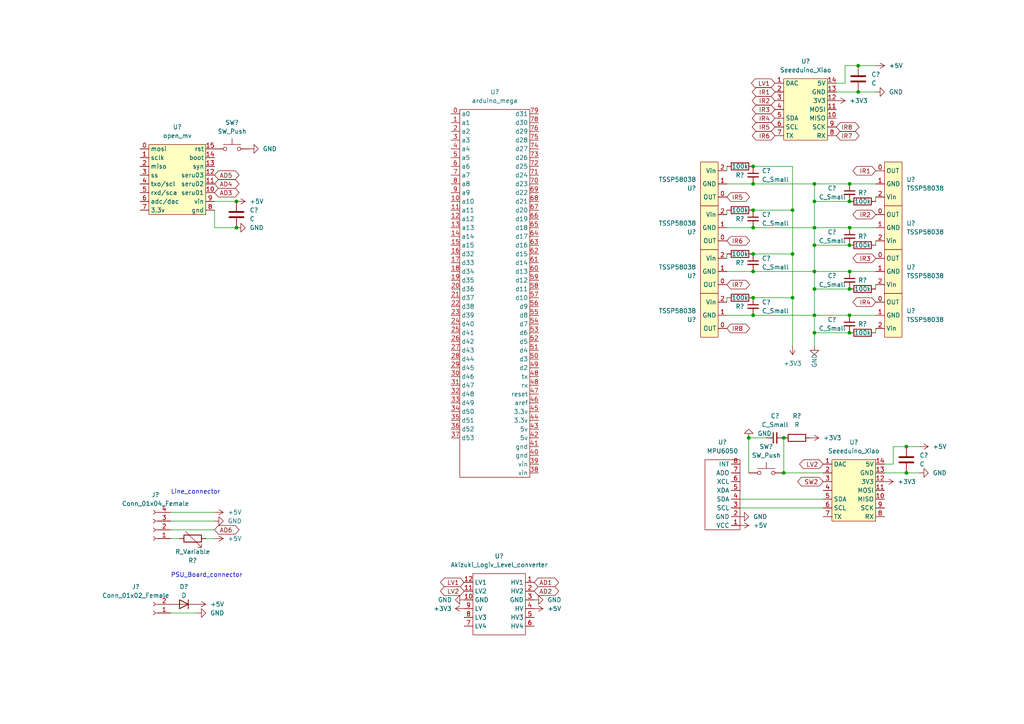
<source format=kicad_sch>
(kicad_sch (version 20211123) (generator eeschema)
  (paper "A4")
  (lib_symbols
    (symbol "Connector:Conn_01x02_Female" (pin_names (offset 1.016) hide)
      (property "Reference" "J" (at 0 2.54 0))
      (property "Value" "Conn_01x02_Female" (at 0 -5.08 0))
      (symbol "Conn_01x02_Female_1_1"
        (arc (start 0 -2.032) (mid -0.508 -2.54) (end 0 -3.048) (stroke (width 0.1524)))
        (polyline (pts (xy -1.27 -2.54) (xy -0.508 -2.54)) (stroke (width 0.1524)))
        (polyline (pts (xy -1.27 0) (xy -0.508 0)) (stroke (width 0.1524)))
        (arc (start 0 0.508) (mid -0.508 0) (end 0 -0.508) (stroke (width 0.1524)))
        (pin passive line (at -5.08 0 0) (length 3.81) (name "Pin_1") (number "1"))
        (pin passive line (at -5.08 -2.54 0) (length 3.81) (name "Pin_2") (number "2"))
      )
    )
    (symbol "Connector:Conn_01x04_Female" (pin_names (offset 1.016) hide)
      (property "Reference" "J" (at 0 5.08 0))
      (property "Value" "Conn_01x04_Female" (at 0 -7.62 0))
      (symbol "Conn_01x04_Female_1_1"
        (arc (start 0 -4.572) (mid -0.508 -5.08) (end 0 -5.588) (stroke (width 0.1524)))
        (arc (start 0 -2.032) (mid -0.508 -2.54) (end 0 -3.048) (stroke (width 0.1524)))
        (polyline (pts (xy -1.27 -5.08) (xy -0.508 -5.08)) (stroke (width 0.1524)))
        (polyline (pts (xy -1.27 -2.54) (xy -0.508 -2.54)) (stroke (width 0.1524)))
        (polyline (pts (xy -1.27 0) (xy -0.508 0)) (stroke (width 0.1524)))
        (polyline (pts (xy -1.27 2.54) (xy -0.508 2.54)) (stroke (width 0.1524)))
        (arc (start 0 0.508) (mid -0.508 0) (end 0 -0.508) (stroke (width 0.1524)))
        (arc (start 0 3.048) (mid -0.508 2.54) (end 0 2.032) (stroke (width 0.1524)))
        (pin passive line (at -5.08 2.54 0) (length 3.81) (name "Pin_1") (number "1"))
        (pin passive line (at -5.08 0 0) (length 3.81) (name "Pin_2") (number "2"))
        (pin passive line (at -5.08 -2.54 0) (length 3.81) (name "Pin_3") (number "3"))
        (pin passive line (at -5.08 -5.08 0) (length 3.81) (name "Pin_4") (number "4"))
      )
    )
    (symbol "Device:C" (pin_numbers hide) (pin_names (offset 0.254))
      (property "Reference" "C" (at 0.635 2.54 0))
      (property "Value" "C" (at 0.635 -2.54 0))
      (symbol "C_0_1"
        (polyline (pts (xy -2.032 -0.762) (xy 2.032 -0.762)) (stroke (width 0.508)))
        (polyline (pts (xy -2.032 0.762) (xy 2.032 0.762)) (stroke (width 0.508)))
      )
      (symbol "C_1_1"
        (pin passive line (at 0 3.81 270) (length 2.794) (name "~") (number "1"))
        (pin passive line (at 0 -3.81 90) (length 2.794) (name "~") (number "2"))
      )
    )
    (symbol "Device:C_Small" (pin_numbers hide) (pin_names (offset 0.254) hide)
      (property "Reference" "C" (at 0.254 1.778 0))
      (property "Value" "C_Small" (at 0.254 -2.032 0))
      (symbol "C_Small_0_1"
        (polyline (pts (xy -1.524 -0.508) (xy 1.524 -0.508)) (stroke (width 0.3302)))
        (polyline (pts (xy -1.524 0.508) (xy 1.524 0.508)) (stroke (width 0.3048)))
      )
      (symbol "C_Small_1_1"
        (pin passive line (at 0 2.54 270) (length 2.032) (name "~") (number "1"))
        (pin passive line (at 0 -2.54 90) (length 2.032) (name "~") (number "2"))
      )
    )
    (symbol "Device:D" (pin_numbers hide) (pin_names (offset 1.016) hide)
      (property "Reference" "D" (at 0 2.54 0))
      (property "Value" "D" (at 0 -2.54 0))
      (symbol "D_0_1"
        (polyline (pts (xy -1.27 1.27) (xy -1.27 -1.27)) (stroke (width 0.254)))
        (polyline (pts (xy 1.27 0) (xy -1.27 0)))
        (polyline (pts (xy 1.27 1.27) (xy 1.27 -1.27) (xy -1.27 0) (xy 1.27 1.27)) (stroke (width 0.254)))
      )
      (symbol "D_1_1"
        (pin passive line (at -3.81 0 0) (length 2.54) (name "K") (number "1"))
        (pin passive line (at 3.81 0 180) (length 2.54) (name "A") (number "2"))
      )
    )
    (symbol "Device:R" (pin_numbers hide) (pin_names (offset 0))
      (property "Reference" "R" (at 2.032 0 90))
      (property "Value" "R" (at 0 0 90))
      (symbol "R_0_1"
        (rectangle (start -1.016 -2.54) (end 1.016 2.54) (stroke (width 0.254)))
      )
      (symbol "R_1_1"
        (pin passive line (at 0 3.81 270) (length 1.27) (name "~") (number "1"))
        (pin passive line (at 0 -3.81 90) (length 1.27) (name "~") (number "2"))
      )
    )
    (symbol "Device:R_Variable" (pin_numbers hide) (pin_names (offset 0))
      (property "Reference" "R" (at 2.54 -2.54 90))
      (property "Value" "R_Variable" (at -2.54 -1.27 90))
      (symbol "R_Variable_0_1"
        (rectangle (start -1.016 -2.54) (end 1.016 2.54) (stroke (width 0.254)))
        (polyline (pts (xy 2.54 1.524) (xy 2.54 2.54) (xy 1.524 2.54) (xy 2.54 2.54) (xy -2.032 -2.032)))
      )
      (symbol "R_Variable_1_1"
        (pin passive line (at 0 3.81 270) (length 1.27) (name "~") (number "1"))
        (pin passive line (at 0 -3.81 90) (length 1.27) (name "~") (number "2"))
      )
    )
    (symbol "Logic_Level_Converter:Akizuki_Logiv_Level_converter"
      (property "Reference" "U" (at 0 -10.16 0))
      (property "Value" "Akizuki_Logiv_Level_converter" (at 1.27 10.16 0))
      (symbol "Akizuki_Logiv_Level_converter_0_1"
        (rectangle (start 7.62 8.89) (end -7.62 -8.89) (stroke (width 0.1524)))
      )
      (symbol "Akizuki_Logiv_Level_converter_1_1"
        (pin bidirectional line (at 10.16 6.35 180) (length 2.54) (name "HV1") (number "1"))
        (pin output line (at -10.16 1.27 0) (length 2.54) (name "GND") (number "10"))
        (pin bidirectional line (at -10.16 3.81 0) (length 2.54) (name "LV2") (number "11"))
        (pin bidirectional line (at -10.16 6.35 0) (length 2.54) (name "LV1") (number "12"))
        (pin bidirectional line (at 10.16 3.81 180) (length 2.54) (name "HV2") (number "2"))
        (pin output line (at 10.16 1.27 180) (length 2.54) (name "GND") (number "3"))
        (pin input line (at 10.16 -1.27 180) (length 2.54) (name "HV") (number "4"))
        (pin bidirectional line (at 10.16 -3.81 180) (length 2.54) (name "HV3") (number "5"))
        (pin bidirectional line (at 10.16 -6.35 180) (length 2.54) (name "HV4") (number "6"))
        (pin bidirectional line (at -10.16 -6.35 0) (length 2.54) (name "LV4") (number "7"))
        (pin bidirectional line (at -10.16 -3.81 0) (length 2.54) (name "LV3") (number "8"))
        (pin input line (at -10.16 -1.27 0) (length 2.54) (name "LV") (number "9"))
      )
    )
    (symbol "Switch:SW_Push" (pin_numbers hide) (pin_names (offset 1.016) hide)
      (property "Reference" "SW" (at 1.27 2.54 0))
      (property "Value" "SW_Push" (at 0 -1.524 0))
      (symbol "SW_Push_0_1"
        (circle (center -2.032 0) (radius 0.508))
        (polyline (pts (xy 0 1.27) (xy 0 3.048)))
        (polyline (pts (xy 2.54 1.27) (xy -2.54 1.27)))
        (circle (center 2.032 0) (radius 0.508))
        (pin passive line (at -5.08 0 0) (length 2.54) (name "1") (number "1"))
        (pin passive line (at 5.08 0 180) (length 2.54) (name "2") (number "2"))
      )
    )
    (symbol "TSSP58038_1"
      (property "Reference" "U" (at 0 8.89 0))
      (property "Value" "TSSP58038_1" (at 0 6.35 0))
      (symbol "TSSP58038_1_0_1"
        (rectangle (start -6.35 5.08) (end 6.35 0) (fill (type background)))
      )
      (symbol "TSSP58038_1_1_1"
        (pin output line (at -3.81 -2.54 90) (length 2.54) (name "OUT") (number "0"))
        (pin input line (at 0 -2.54 90) (length 2.54) (name "GND") (number "1"))
        (pin power_in line (at 3.81 -2.54 90) (length 2.54) (name "Vin") (number "2"))
      )
    )
    (symbol "TSSP58038_2"
      (property "Reference" "U" (at 0 8.89 0))
      (property "Value" "TSSP58038_2" (at 0 6.35 0))
      (symbol "TSSP58038_2_0_1"
        (rectangle (start -6.35 5.08) (end 6.35 0) (fill (type background)))
      )
      (symbol "TSSP58038_2_1_1"
        (pin output line (at -3.81 -2.54 90) (length 2.54) (name "OUT") (number "0"))
        (pin input line (at 0 -2.54 90) (length 2.54) (name "GND") (number "1"))
        (pin power_in line (at 3.81 -2.54 90) (length 2.54) (name "Vin") (number "2"))
      )
    )
    (symbol "TSSP58038_3"
      (property "Reference" "U" (at 0 8.89 0))
      (property "Value" "TSSP58038_3" (at 0 6.35 0))
      (symbol "TSSP58038_3_0_1"
        (rectangle (start -6.35 5.08) (end 6.35 0) (fill (type background)))
      )
      (symbol "TSSP58038_3_1_1"
        (pin output line (at -3.81 -2.54 90) (length 2.54) (name "OUT") (number "0"))
        (pin input line (at 0 -2.54 90) (length 2.54) (name "GND") (number "1"))
        (pin power_in line (at 3.81 -2.54 90) (length 2.54) (name "Vin") (number "2"))
      )
    )
    (symbol "TSSP58038_4"
      (property "Reference" "U" (at 0 8.89 0))
      (property "Value" "TSSP58038_4" (at 0 6.35 0))
      (symbol "TSSP58038_4_0_1"
        (rectangle (start -6.35 5.08) (end 6.35 0) (fill (type background)))
      )
      (symbol "TSSP58038_4_1_1"
        (pin output line (at -3.81 -2.54 90) (length 2.54) (name "OUT") (number "0"))
        (pin input line (at 0 -2.54 90) (length 2.54) (name "GND") (number "1"))
        (pin power_in line (at 3.81 -2.54 90) (length 2.54) (name "Vin") (number "2"))
      )
    )
    (symbol "TSSP58038_7"
      (property "Reference" "U" (at 0 8.89 0))
      (property "Value" "TSSP58038_7" (at 0 6.35 0))
      (symbol "TSSP58038_7_0_1"
        (rectangle (start -6.35 5.08) (end 6.35 0) (fill (type background)))
      )
      (symbol "TSSP58038_7_1_1"
        (pin output line (at -3.81 -2.54 90) (length 2.54) (name "OUT") (number "0"))
        (pin input line (at 0 -2.54 90) (length 2.54) (name "GND") (number "1"))
        (pin power_in line (at 3.81 -2.54 90) (length 2.54) (name "Vin") (number "2"))
      )
    )
    (symbol "arduino mega:arduino_mega"
      (property "Reference" "U" (at 0 2.54 0))
      (property "Value" "arduino_mega" (at 0 0 0))
      (symbol "arduino_mega_0_1"
        (rectangle (start -10.16 -2.54) (end 10.16 -109.22))
      )
      (symbol "arduino_mega_1_1"
        (pin bidirectional line (at -12.7 -3.81 0) (length 2.54) (name "a0") (number "0"))
        (pin bidirectional line (at -12.7 -6.35 0) (length 2.54) (name "a1") (number "1"))
        (pin bidirectional line (at -12.7 -29.21 0) (length 2.54) (name "a10") (number "10"))
        (pin bidirectional line (at -12.7 -31.75 0) (length 2.54) (name "a11") (number "11"))
        (pin bidirectional line (at -12.7 -34.29 0) (length 2.54) (name "a12") (number "12"))
        (pin bidirectional line (at -12.7 -36.83 0) (length 2.54) (name "a13") (number "13"))
        (pin bidirectional line (at -12.7 -39.37 0) (length 2.54) (name "a14") (number "14"))
        (pin bidirectional line (at -12.7 -41.91 0) (length 2.54) (name "a15") (number "15"))
        (pin bidirectional line (at -12.7 -44.45 0) (length 2.54) (name "d32") (number "16"))
        (pin bidirectional line (at -12.7 -46.99 0) (length 2.54) (name "d33") (number "17"))
        (pin bidirectional line (at -12.7 -49.53 0) (length 2.54) (name "d34") (number "18"))
        (pin bidirectional line (at -12.7 -52.07 0) (length 2.54) (name "d35") (number "19"))
        (pin bidirectional line (at -12.7 -8.89 0) (length 2.54) (name "a2") (number "2"))
        (pin bidirectional line (at -12.7 -54.61 0) (length 2.54) (name "d36") (number "20"))
        (pin bidirectional line (at -12.7 -57.15 0) (length 2.54) (name "d37") (number "21"))
        (pin bidirectional line (at -12.7 -59.69 0) (length 2.54) (name "d38") (number "22"))
        (pin bidirectional line (at -12.7 -62.23 0) (length 2.54) (name "d39") (number "23"))
        (pin bidirectional line (at -12.7 -64.77 0) (length 2.54) (name "d40") (number "24"))
        (pin bidirectional line (at -12.7 -67.31 0) (length 2.54) (name "d41") (number "25"))
        (pin bidirectional line (at -12.7 -69.85 0) (length 2.54) (name "d42") (number "26"))
        (pin bidirectional line (at -12.7 -72.39 0) (length 2.54) (name "d43") (number "27"))
        (pin bidirectional line (at -12.7 -74.93 0) (length 2.54) (name "d44") (number "28"))
        (pin bidirectional line (at -12.7 -77.47 0) (length 2.54) (name "d45") (number "29"))
        (pin bidirectional line (at -12.7 -11.43 0) (length 2.54) (name "a3") (number "3"))
        (pin bidirectional line (at -12.7 -80.01 0) (length 2.54) (name "d46") (number "30"))
        (pin bidirectional line (at -12.7 -82.55 0) (length 2.54) (name "d47") (number "31"))
        (pin bidirectional line (at -12.7 -85.09 0) (length 2.54) (name "d48") (number "32"))
        (pin bidirectional line (at -12.7 -87.63 0) (length 2.54) (name "d49") (number "33"))
        (pin bidirectional line (at -12.7 -90.17 0) (length 2.54) (name "d50") (number "34"))
        (pin bidirectional line (at -12.7 -92.71 0) (length 2.54) (name "d51") (number "35"))
        (pin bidirectional line (at -12.7 -95.25 0) (length 2.54) (name "d52") (number "36"))
        (pin bidirectional line (at -12.7 -97.79 0) (length 2.54) (name "d53") (number "37"))
        (pin bidirectional line (at 12.7 -107.95 180) (length 2.54) (name "vin") (number "38"))
        (pin bidirectional line (at 12.7 -105.41 180) (length 2.54) (name "vin") (number "39"))
        (pin bidirectional line (at -12.7 -13.97 0) (length 2.54) (name "a4") (number "4"))
        (pin bidirectional line (at 12.7 -102.87 180) (length 2.54) (name "gnd") (number "40"))
        (pin bidirectional line (at 12.7 -100.33 180) (length 2.54) (name "gnd") (number "41"))
        (pin bidirectional line (at 12.7 -97.79 180) (length 2.54) (name "5v") (number "42"))
        (pin bidirectional line (at 12.7 -95.25 180) (length 2.54) (name "5v") (number "43"))
        (pin bidirectional line (at 12.7 -92.71 180) (length 2.54) (name "3.3v") (number "44"))
        (pin bidirectional line (at 12.7 -90.17 180) (length 2.54) (name "3.3v") (number "45"))
        (pin bidirectional line (at 12.7 -87.63 180) (length 2.54) (name "aref") (number "46"))
        (pin bidirectional line (at 12.7 -85.09 180) (length 2.54) (name "reset") (number "47"))
        (pin bidirectional line (at 12.7 -82.55 180) (length 2.54) (name "rx") (number "48"))
        (pin bidirectional line (at 12.7 -80.01 180) (length 2.54) (name "tx") (number "48"))
        (pin bidirectional line (at 12.7 -77.47 180) (length 2.54) (name "d2") (number "49"))
        (pin bidirectional line (at -12.7 -16.51 0) (length 2.54) (name "a5") (number "5"))
        (pin bidirectional line (at 12.7 -74.93 180) (length 2.54) (name "d3") (number "50"))
        (pin bidirectional line (at 12.7 -72.39 180) (length 2.54) (name "d4") (number "51"))
        (pin bidirectional line (at 12.7 -69.85 180) (length 2.54) (name "d5") (number "52"))
        (pin bidirectional line (at 12.7 -67.31 180) (length 2.54) (name "d6") (number "53"))
        (pin bidirectional line (at 12.7 -64.77 180) (length 2.54) (name "d7") (number "54"))
        (pin bidirectional line (at 12.7 -62.23 180) (length 2.54) (name "d8") (number "55"))
        (pin bidirectional line (at 12.7 -59.69 180) (length 2.54) (name "d9") (number "56"))
        (pin bidirectional line (at 12.7 -57.15 180) (length 2.54) (name "d10") (number "57"))
        (pin bidirectional line (at 12.7 -54.61 180) (length 2.54) (name "d11") (number "58"))
        (pin bidirectional line (at 12.7 -52.07 180) (length 2.54) (name "d12") (number "59"))
        (pin bidirectional line (at -12.7 -19.05 0) (length 2.54) (name "a6") (number "6"))
        (pin bidirectional line (at 12.7 -49.53 180) (length 2.54) (name "d13") (number "60"))
        (pin bidirectional line (at 12.7 -46.99 180) (length 2.54) (name "d14") (number "61"))
        (pin bidirectional line (at 12.7 -44.45 180) (length 2.54) (name "d15") (number "62"))
        (pin bidirectional line (at 12.7 -41.91 180) (length 2.54) (name "d16") (number "63"))
        (pin bidirectional line (at 12.7 -39.37 180) (length 2.54) (name "d17") (number "64"))
        (pin bidirectional line (at 12.7 -36.83 180) (length 2.54) (name "d18") (number "65"))
        (pin bidirectional line (at 12.7 -34.29 180) (length 2.54) (name "d19") (number "66"))
        (pin bidirectional line (at 12.7 -31.75 180) (length 2.54) (name "d20") (number "67"))
        (pin bidirectional line (at 12.7 -29.21 180) (length 2.54) (name "d21") (number "68"))
        (pin bidirectional line (at 12.7 -26.67 180) (length 2.54) (name "d22") (number "69"))
        (pin bidirectional line (at -12.7 -21.59 0) (length 2.54) (name "a7") (number "7"))
        (pin bidirectional line (at 12.7 -24.13 180) (length 2.54) (name "d23") (number "70"))
        (pin bidirectional line (at 12.7 -21.59 180) (length 2.54) (name "d24") (number "71"))
        (pin bidirectional line (at 12.7 -19.05 180) (length 2.54) (name "d25") (number "72"))
        (pin bidirectional line (at 12.7 -16.51 180) (length 2.54) (name "d26") (number "73"))
        (pin bidirectional line (at 12.7 -13.97 180) (length 2.54) (name "d27") (number "74"))
        (pin bidirectional line (at 12.7 -11.43 180) (length 2.54) (name "d28") (number "75"))
        (pin bidirectional line (at 12.7 -8.89 180) (length 2.54) (name "d29") (number "76"))
        (pin bidirectional line (at 12.7 -6.35 180) (length 2.54) (name "d30") (number "78"))
        (pin bidirectional line (at 12.7 -3.81 180) (length 2.54) (name "d31") (number "79"))
        (pin bidirectional line (at -12.7 -24.13 0) (length 2.54) (name "a8") (number "8"))
        (pin bidirectional line (at -12.7 -26.67 0) (length 2.54) (name "a9") (number "9"))
      )
    )
    (symbol "mpu6050:MPU6050"
      (property "Reference" "U" (at 0 2.54 0))
      (property "Value" "MPU6050" (at 0 0 0))
      (symbol "MPU6050_0_1"
        (rectangle (start -10.16 -1.27) (end 10.16 -11.43))
      )
      (symbol "MPU6050_1_1"
        (pin bidirectional line (at -8.89 -11.43 90) (length 2.54) (name "VCC") (number "1"))
        (pin bidirectional line (at -6.35 -11.43 90) (length 2.54) (name "GND") (number "2"))
        (pin bidirectional line (at -3.81 -11.43 90) (length 2.54) (name "SCL") (number "3"))
        (pin bidirectional line (at -1.27 -11.43 90) (length 2.54) (name "SDA") (number "4"))
        (pin bidirectional line (at 1.27 -11.43 90) (length 2.54) (name "XDA") (number "5"))
        (pin bidirectional line (at 3.81 -11.43 90) (length 2.54) (name "XCL") (number "6"))
        (pin bidirectional line (at 6.35 -11.43 90) (length 2.54) (name "ADO") (number "7"))
        (pin bidirectional line (at 8.89 -11.43 90) (length 2.54) (name "INT") (number "8"))
      )
    )
    (symbol "open_mv:open_mv"
      (property "Reference" "U" (at 0 3.81 0))
      (property "Value" "open_mv" (at 0 1.27 0))
      (symbol "open_mv_0_1"
        (rectangle (start -8.89 0) (end 7.62 -20.32) (fill (type background)))
      )
      (symbol "open_mv_1_1"
        (pin bidirectional line (at -11.43 -1.27 0) (length 2.54) (name "mosi") (number "0"))
        (pin bidirectional line (at -11.43 -3.81 0) (length 2.54) (name "sclk") (number "1"))
        (pin bidirectional line (at 10.16 -13.97 180) (length 2.54) (name "seru01") (number "10"))
        (pin bidirectional line (at 10.16 -11.43 180) (length 2.54) (name "seru02") (number "11"))
        (pin bidirectional line (at 10.16 -8.89 180) (length 2.54) (name "seru03") (number "12"))
        (pin bidirectional line (at 10.16 -6.35 180) (length 2.54) (name "syn") (number "13"))
        (pin bidirectional line (at 10.16 -3.81 180) (length 2.54) (name "boot") (number "14"))
        (pin bidirectional line (at 10.16 -1.27 180) (length 2.54) (name "rst") (number "15"))
        (pin bidirectional line (at -11.43 -6.35 0) (length 2.54) (name "miso") (number "2"))
        (pin bidirectional line (at -11.43 -8.89 0) (length 2.54) (name "ss") (number "3"))
        (pin bidirectional line (at -11.43 -11.43 0) (length 2.54) (name "txo/scl") (number "4"))
        (pin bidirectional line (at -11.43 -13.97 0) (length 2.54) (name "rxd/sca") (number "5"))
        (pin bidirectional line (at -11.43 -16.51 0) (length 2.54) (name "adc/dac") (number "6"))
        (pin power_out line (at -11.43 -19.05 0) (length 2.54) (name "3.3v") (number "7"))
        (pin bidirectional line (at 10.16 -19.05 180) (length 2.54) (name "gnd") (number "8"))
        (pin power_out line (at 10.16 -16.51 180) (length 2.54) (name "vin") (number "9"))
      )
    )
    (symbol "power:+3.3V" (power) (pin_names (offset 0))
      (property "Value" "+3.3V" (at 0 3.556 0))
      (symbol "+3.3V_0_1"
        (polyline (pts (xy -0.762 1.27) (xy 0 2.54)))
        (polyline (pts (xy 0 0) (xy 0 2.54)))
        (polyline (pts (xy 0 2.54) (xy 0.762 1.27)))
      )
      (symbol "+3.3V_1_1"
        (pin power_in line (at 0 0 90) (length 0) hide (name "+3V3") (number "1"))
      )
    )
    (symbol "power:+5V" (power) (pin_names (offset 0))
      (property "Value" "+5V" (at 0 3.556 0))
      (symbol "+5V_0_1"
        (polyline (pts (xy -0.762 1.27) (xy 0 2.54)))
        (polyline (pts (xy 0 0) (xy 0 2.54)))
        (polyline (pts (xy 0 2.54) (xy 0.762 1.27)))
      )
      (symbol "+5V_1_1"
        (pin power_in line (at 0 0 90) (length 0) hide (name "+5V") (number "1"))
      )
    )
    (symbol "power:GND" (power) (pin_names (offset 0))
      (property "Value" "GND" (at 0 -3.81 0))
      (symbol "GND_0_1"
        (polyline (pts (xy 0 0) (xy 0 -1.27) (xy 1.27 -1.27) (xy 0 -2.54) (xy -1.27 -1.27) (xy 0 -1.27)))
      )
      (symbol "GND_1_1"
        (pin power_in line (at 0 0 270) (length 0) hide (name "GND") (number "1"))
      )
    )
    (symbol "seeeduino_xiao:Seeeduino_Xiao"
      (property "Reference" "U" (at 0 12.7 0))
      (property "Value" "Seeeduino_Xiao" (at 0 10.16 0))
      (symbol "Seeeduino_Xiao_0_1"
        (rectangle (start -6.35 7.62) (end 6.35 -10.16) (fill (type background)))
      )
      (symbol "Seeeduino_Xiao_1_1"
        (pin bidirectional line (at -8.89 6.35 0) (length 2.54) (name "DAC") (number "1"))
        (pin bidirectional line (at 8.89 -3.81 180) (length 2.54) (name "MISO") (number "10"))
        (pin bidirectional line (at 8.89 -1.27 180) (length 2.54) (name "MOSI") (number "11"))
        (pin power_out line (at 8.89 1.27 180) (length 2.54) (name "3V3") (number "12"))
        (pin bidirectional line (at 8.89 3.81 180) (length 2.54) (name "GND") (number "13"))
        (pin power_in line (at 8.89 6.35 180) (length 2.54) (name "5V") (number "14"))
        (pin bidirectional line (at -8.89 3.81 0) (length 2.54) (name "") (number "2"))
        (pin bidirectional line (at -8.89 1.27 0) (length 2.54) (name "") (number "3"))
        (pin bidirectional line (at -8.89 -1.27 0) (length 2.54) (name "") (number "4"))
        (pin bidirectional line (at -8.89 -3.81 0) (length 2.54) (name "SDA") (number "5"))
        (pin bidirectional line (at -8.89 -6.35 0) (length 2.54) (name "SCL") (number "6"))
        (pin bidirectional line (at -8.89 -8.89 0) (length 2.54) (name "TX") (number "7"))
        (pin bidirectional line (at 8.89 -8.89 180) (length 2.54) (name "RX") (number "8"))
        (pin bidirectional line (at 8.89 -6.35 180) (length 2.54) (name "SCK") (number "9"))
      )
    )
  )
  (junction (at 246.433 53.34))
  (junction (at 218.44 91.44))
  (junction (at 229.87 73.66))
  (junction (at 236.22 91.44))
  (junction (at 218.44 78.74))
  (junction (at 218.44 60.96))
  (junction (at 227.33 137.16))
  (junction (at 218.44 48.26))
  (junction (at 246.38 58.42))
  (junction (at 229.87 60.96))
  (junction (at 218.44 73.66))
  (junction (at 236.22 58.42))
  (junction (at 218.44 66.04))
  (junction (at 236.22 78.74))
  (junction (at 227.33 127))
  (junction (at 246.38 83.82))
  (junction (at 68.58 58.42))
  (junction (at 236.22 66.04))
  (junction (at 217.17 127))
  (junction (at 248.92 19.05))
  (junction (at 236.22 83.82))
  (junction (at 236.22 96.52))
  (junction (at 246.38 71.12))
  (junction (at 218.44 86.36))
  (junction (at 236.22 53.34))
  (junction (at 248.92 26.67))
  (junction (at 68.58 66.04))
  (junction (at 246.433 66.04))
  (junction (at 218.44 53.34))
  (junction (at 246.433 78.74))
  (junction (at 246.38 91.44))
  (junction (at 262.89 129.54))
  (junction (at 262.89 137.16))
  (junction (at 246.38 96.52))
  (junction (at 236.22 71.12))
  (junction (at 229.87 86.36))
  (wire (pts (xy 217.17 127) (xy 222.25 127)))
  (wire (pts (xy 236.22 83.82) (xy 236.22 91.44)))
  (wire (pts (xy 245.11 24.13) (xy 245.11 19.05)))
  (wire (pts (xy 246.38 96.52) (xy 236.22 96.52)))
  (wire (pts (xy 62.23 66.04) (xy 68.58 66.04)))
  (wire (pts (xy 49.53 156.21) (xy 52.07 156.21)))
  (wire (pts (xy 210.82 66.04) (xy 218.44 66.04)))
  (wire (pts (xy 236.22 71.12) (xy 236.22 78.74)))
  (wire (pts (xy 62.23 60.96) (xy 62.23 66.04)))
  (wire (pts (xy 210.82 53.34) (xy 218.44 53.34)))
  (wire (pts (xy 217.17 137.16) (xy 217.17 127)))
  (wire (pts (xy 210.82 87.63) (xy 210.82 86.36)))
  (wire (pts (xy 245.11 19.05) (xy 248.92 19.05)))
  (wire (pts (xy 259.08 129.54) (xy 262.89 129.54)))
  (wire (pts (xy 248.92 19.05) (xy 254 19.05)))
  (wire (pts (xy 254 57.15) (xy 254 58.42)))
  (wire (pts (xy 218.44 91.44) (xy 236.22 91.44)))
  (wire (pts (xy 229.87 86.36) (xy 229.87 100.33)))
  (wire (pts (xy 262.89 137.16) (xy 256.54 137.16)))
  (wire (pts (xy 236.22 91.44) (xy 246.38 91.44)))
  (wire (pts (xy 49.53 151.13) (xy 62.23 151.13)))
  (wire (pts (xy 49.53 177.8) (xy 57.15 177.8)))
  (wire (pts (xy 259.08 134.62) (xy 259.08 129.54)))
  (wire (pts (xy 236.22 58.42) (xy 236.22 66.04)))
  (wire (pts (xy 236.22 91.44) (xy 236.22 96.52)))
  (wire (pts (xy 256.54 134.62) (xy 259.08 134.62)))
  (wire (pts (xy 254 82.55) (xy 254 83.82)))
  (wire (pts (xy 218.44 78.74) (xy 236.22 78.74)))
  (wire (pts (xy 210.82 78.74) (xy 218.44 78.74)))
  (wire (pts (xy 236.22 78.74) (xy 236.22 83.82)))
  (wire (pts (xy 262.89 129.54) (xy 266.7 129.54)))
  (wire (pts (xy 242.57 24.13) (xy 245.11 24.13)))
  (wire (pts (xy 49.53 148.59) (xy 62.23 148.59)))
  (wire (pts (xy 246.38 83.82) (xy 236.22 83.82)))
  (wire (pts (xy 254 95.25) (xy 254 96.52)))
  (wire (pts (xy 218.44 66.04) (xy 236.22 66.04)))
  (wire (pts (xy 229.87 73.66) (xy 229.87 86.36)))
  (wire (pts (xy 246.433 53.34) (xy 254 53.34)))
  (wire (pts (xy 218.44 53.34) (xy 236.22 53.34)))
  (wire (pts (xy 236.22 53.34) (xy 236.22 58.42)))
  (wire (pts (xy 266.7 137.16) (xy 262.89 137.16)))
  (wire (pts (xy 236.22 66.04) (xy 246.433 66.04)))
  (wire (pts (xy 218.44 73.66) (xy 229.87 73.66)))
  (wire (pts (xy 236.22 78.74) (xy 246.433 78.74)))
  (wire (pts (xy 246.38 58.42) (xy 246.433 58.42)))
  (wire (pts (xy 218.44 48.26) (xy 229.87 48.26)))
  (wire (pts (xy 246.433 83.82) (xy 246.38 83.82)))
  (wire (pts (xy 227.33 137.16) (xy 238.76 137.16)))
  (wire (pts (xy 62.23 58.42) (xy 68.58 58.42)))
  (wire (pts (xy 246.433 66.04) (xy 254 66.04)))
  (wire (pts (xy 210.82 91.44) (xy 218.44 91.44)))
  (wire (pts (xy 246.38 58.42) (xy 236.22 58.42)))
  (wire (pts (xy 254 69.85) (xy 254 71.12)))
  (wire (pts (xy 214.63 144.78) (xy 238.76 144.78)))
  (wire (pts (xy 246.433 78.74) (xy 254 78.74)))
  (wire (pts (xy 227.33 127) (xy 227.33 137.16)))
  (wire (pts (xy 210.82 74.93) (xy 210.82 73.66)))
  (wire (pts (xy 246.38 91.44) (xy 254 91.44)))
  (wire (pts (xy 248.92 26.67) (xy 254 26.67)))
  (wire (pts (xy 59.69 156.21) (xy 62.23 156.21)))
  (wire (pts (xy 49.53 153.67) (xy 62.23 153.67)))
  (wire (pts (xy 236.22 66.04) (xy 236.22 71.12)))
  (wire (pts (xy 210.82 49.53) (xy 210.82 48.26)))
  (wire (pts (xy 246.38 71.12) (xy 246.433 71.12)))
  (wire (pts (xy 210.82 62.23) (xy 210.82 60.96)))
  (wire (pts (xy 242.57 26.67) (xy 248.92 26.67)))
  (wire (pts (xy 236.22 53.34) (xy 246.433 53.34)))
  (wire (pts (xy 229.87 60.96) (xy 229.87 73.66)))
  (wire (pts (xy 218.44 60.96) (xy 229.87 60.96)))
  (wire (pts (xy 236.22 96.52) (xy 236.22 100.33)))
  (wire (pts (xy 214.63 147.32) (xy 238.76 147.32)))
  (wire (pts (xy 218.44 86.36) (xy 229.87 86.36)))
  (wire (pts (xy 229.87 48.26) (xy 229.87 60.96)))
  (wire (pts (xy 246.38 71.12) (xy 236.22 71.12)))
  (text "PSU_Board_connector" (at 49.53 167.64 0) (effects (font (size 1.27 1.27)) (justify left bottom)))
  (text "Line_connector" (at 49.53 143.51 0) (effects (font (size 1.27 1.27)) (justify left bottom)))
  (global_label "IR8" (shape bidirectional) (at 210.82 95.25 0) (property "Intersheet References" "${INTERSHEET_REFS}" (effects hide)))
  (global_label "IR1" (shape bidirectional) (at 254 49.53 180) (property "Intersheet References" "${INTERSHEET_REFS}" (effects hide)))
  (global_label "AD1" (shape bidirectional) (at 154.94 168.91 0) (property "Intersheet References" "${INTERSHEET_REFS}" (effects hide)))
  (global_label "LV1" (shape bidirectional) (at 134.62 168.91 180) (property "Intersheet References" "${INTERSHEET_REFS}" (effects hide)))
  (global_label "AD4" (shape bidirectional) (at 62.23 53.34 0) (property "Intersheet References" "${INTERSHEET_REFS}" (effects hide)))
  (global_label "IR2" (shape bidirectional) (at 254 62.23 180) (property "Intersheet References" "${INTERSHEET_REFS}" (effects hide)))
  (global_label "AD5" (shape bidirectional) (at 62.23 50.8 0) (property "Intersheet References" "${INTERSHEET_REFS}" (effects hide)))
  (global_label "IR5" (shape bidirectional) (at 210.82 57.15 0) (property "Intersheet References" "${INTERSHEET_REFS}" (effects hide)))
  (global_label "IR7" (shape bidirectional) (at 210.82 82.55 0) (property "Intersheet References" "${INTERSHEET_REFS}" (effects hide)))
  (global_label "LV2" (shape bidirectional) (at 238.76 134.62 180) (property "Intersheet References" "${INTERSHEET_REFS}" (effects hide)))
  (global_label "IR3" (shape bidirectional) (at 224.79 31.75 180) (property "Intersheet References" "${INTERSHEET_REFS}" (effects hide)))
  (global_label "AD2" (shape bidirectional) (at 154.94 171.45 0) (property "Intersheet References" "${INTERSHEET_REFS}" (effects hide)))
  (global_label "IR5" (shape bidirectional) (at 224.79 36.83 180) (property "Intersheet References" "${INTERSHEET_REFS}" (effects hide)))
  (global_label "IR6" (shape bidirectional) (at 210.82 69.85 0) (property "Intersheet References" "${INTERSHEET_REFS}" (effects hide)))
  (global_label "IR4" (shape bidirectional) (at 224.79 34.29 180) (property "Intersheet References" "${INTERSHEET_REFS}" (effects hide)))
  (global_label "AD3" (shape bidirectional) (at 62.23 55.88 0) (property "Intersheet References" "${INTERSHEET_REFS}" (effects hide)))
  (global_label "LV1" (shape bidirectional) (at 224.79 24.13 180) (property "Intersheet References" "${INTERSHEET_REFS}" (effects hide)))
  (global_label "IR6" (shape bidirectional) (at 224.79 39.37 180) (property "Intersheet References" "${INTERSHEET_REFS}" (effects hide)))
  (global_label "IR8" (shape bidirectional) (at 242.57 36.83 0) (property "Intersheet References" "${INTERSHEET_REFS}" (effects hide)))
  (global_label "IR7" (shape bidirectional) (at 242.57 39.37 0) (property "Intersheet References" "${INTERSHEET_REFS}" (effects hide)))
  (global_label "IR1" (shape bidirectional) (at 224.79 26.67 180) (property "Intersheet References" "${INTERSHEET_REFS}" (effects hide)))
  (global_label "IR3" (shape bidirectional) (at 254 74.93 180) (property "Intersheet References" "${INTERSHEET_REFS}" (effects hide)))
  (global_label "LV2" (shape bidirectional) (at 134.62 171.45 180) (property "Intersheet References" "${INTERSHEET_REFS}" (effects hide)))
  (global_label "IR2" (shape bidirectional) (at 224.79 29.21 180) (property "Intersheet References" "${INTERSHEET_REFS}" (effects hide)))
  (global_label "SW2" (shape bidirectional) (at 238.76 139.7 180) (property "Intersheet References" "${INTERSHEET_REFS}" (effects hide)))
  (global_label "AD6" (shape bidirectional) (at 62.23 153.67 0) (property "Intersheet References" "${INTERSHEET_REFS}" (effects hide)))
  (global_label "IR4" (shape bidirectional) (at 254 87.63 180) (property "Intersheet References" "${INTERSHEET_REFS}" (effects hide)))
  (symbol (lib_name "TSSP58038_7") (lib_id "ir_sensor:TSSP58038") (at 208.28 66.04 90) (unit 1)
    (property "Reference" "U?" (at 201.93 67.3101 90) (effects (justify left)))
    (property "Value" "TSSP58038" (at 201.93 64.7701 90) (effects (justify left)))
  )
  (symbol (lib_id "power:GND") (at 236.22 100.33 0) (unit 1)
    (property "Reference" "#PWR?" (effects hide))
    (property "Value" "GND" (at 236.22 106.68 90) (effects (justify left)))
  )
  (symbol (lib_id "Device:C_Small") (at 218.44 63.5 0) (unit 1)
    (property "Reference" "C?" (at 220.98 62.2362 0) (effects (justify left)))
    (property "Value" "C_Small" (at 220.98 64.7762 0) (effects (justify left)))
  )
  (symbol (lib_id "power:+5V") (at 254 19.05 270) (unit 1)
    (property "Reference" "#PWR?" (effects hide))
    (property "Value" "+5V" (at 257.81 19.0499 90) (effects (justify left)))
  )
  (symbol (lib_id "power:GND") (at 266.7 137.16 90) (unit 1)
    (property "Reference" "#PWR?" (effects hide))
    (property "Value" "GND" (at 270.51 137.1599 90) (effects (justify right)))
  )
  (symbol (lib_id "arduino mega:arduino_mega") (at 143.51 29.21 0) (unit 1)
    (property "Reference" "U?" (at 143.51 26.67 0))
    (property "Value" "arduino_mega" (at 143.51 29.21 0))
  )
  (symbol (lib_name "TSSP58038_7") (lib_id "ir_sensor:TSSP58038") (at 208.28 91.44 90) (unit 1)
    (property "Reference" "U?" (at 201.93 92.7101 90) (effects (justify left)))
    (property "Value" "TSSP58038" (at 201.93 90.1701 90) (effects (justify left)))
  )
  (symbol (lib_id "Device:C_Small") (at 246.38 93.98 0) (unit 1)
    (property "Reference" "C?" (at 240.03 92.71 0) (effects (justify left)))
    (property "Value" "C_Small" (at 237.49 95.25 0) (effects (justify left)))
  )
  (symbol (lib_id "power:+5V") (at 57.15 175.26 270) (unit 1)
    (property "Reference" "#PWR?" (effects hide))
    (property "Value" "+5V" (at 60.96 175.2599 90) (effects (justify left)))
  )
  (symbol (lib_id "power:GND") (at 134.62 173.99 270) (unit 1)
    (property "Reference" "#PWR?" (effects hide))
    (property "Value" "GND" (at 127 173.99 90) (effects (justify left)))
  )
  (symbol (lib_id "Switch:SW_Push") (at 222.25 137.16 0) (unit 1)
    (property "Reference" "SW?" (at 222.25 129.54 0))
    (property "Value" "SW_Push" (at 222.25 132.08 0))
  )
  (symbol (lib_id "Device:R") (at 214.63 73.66 90) (unit 1)
    (property "Reference" "R?" (at 214.63 76.2 90))
    (property "Value" "100k" (at 214.63 73.66 90))
  )
  (symbol (lib_id "Device:R") (at 250.19 71.12 90) (unit 1)
    (property "Reference" "R?" (at 250.19 68.58 90))
    (property "Value" "100k" (at 250.19 71.12 90))
  )
  (symbol (lib_id "power:+3.3V") (at 234.95 127 270) (unit 1)
    (property "Reference" "#PWR?" (effects hide))
    (property "Value" "+3.3V" (at 238.76 126.9999 90) (effects (justify left)))
  )
  (symbol (lib_id "power:+5V") (at 62.23 148.59 270) (unit 1)
    (property "Reference" "#PWR?" (effects hide))
    (property "Value" "+5V" (at 66.04 148.5899 90) (effects (justify left)))
  )
  (symbol (lib_id "Device:R") (at 214.63 48.26 90) (unit 1)
    (property "Reference" "R?" (at 214.63 50.8 90))
    (property "Value" "100k" (at 214.63 48.26 90))
  )
  (symbol (lib_id "Device:C_Small") (at 218.44 88.9 0) (unit 1)
    (property "Reference" "C?" (at 220.98 87.6362 0) (effects (justify left)))
    (property "Value" "C_Small" (at 220.98 90.1762 0) (effects (justify left)))
  )
  (symbol (lib_id "power:GND") (at 254 26.67 90) (unit 1)
    (property "Reference" "#PWR?" (effects hide))
    (property "Value" "GND" (at 257.81 26.6699 90) (effects (justify right)))
  )
  (symbol (lib_id "power:+5V") (at 62.23 156.21 270) (unit 1)
    (property "Reference" "#PWR?" (effects hide))
    (property "Value" "+5V" (at 66.04 156.2099 90) (effects (justify left)))
  )
  (symbol (lib_id "power:GND") (at 68.58 66.04 90) (unit 1)
    (property "Reference" "#PWR?" (effects hide))
    (property "Value" "GND" (at 72.39 66.0399 90) (effects (justify right)))
  )
  (symbol (lib_id "Device:R") (at 250.19 96.52 90) (unit 1)
    (property "Reference" "R?" (at 250.19 93.98 90))
    (property "Value" "100k" (at 250.19 96.52 90))
  )
  (symbol (lib_id "power:+3.3V") (at 134.62 176.53 90) (unit 1)
    (property "Reference" "#PWR?" (effects hide))
    (property "Value" "+3.3V" (at 125.73 176.53 90) (effects (justify right)))
  )
  (symbol (lib_id "Connector:Conn_01x02_Female") (at 44.45 177.8 180) (unit 1)
    (property "Reference" "J?" (at 39.37 170.18 0))
    (property "Value" "Conn_01x02_Female" (at 39.37 172.72 0))
  )
  (symbol (lib_id "Device:C_Small") (at 246.433 55.88 0) (unit 1)
    (property "Reference" "C?" (at 240.03 54.61 0) (effects (justify left)))
    (property "Value" "C_Small" (at 237.49 57.15 0) (effects (justify left)))
  )
  (symbol (lib_id "Device:C_Small") (at 218.44 76.2 0) (unit 1)
    (property "Reference" "C?" (at 220.98 74.9362 0) (effects (justify left)))
    (property "Value" "C_Small" (at 220.98 77.4762 0) (effects (justify left)))
  )
  (symbol (lib_id "Device:C") (at 248.92 22.86 0) (unit 1)
    (property "Reference" "C?" (at 252.73 21.5899 0) (effects (justify left)))
    (property "Value" "C" (at 252.73 24.1299 0) (effects (justify left)))
  )
  (symbol (lib_id "power:GND") (at 217.17 127 180) (unit 1)
    (property "Reference" "#PWR?" (effects hide))
    (property "Value" "GND" (at 219.71 125.7299 0) (effects (justify right)))
  )
  (symbol (lib_id "power:+5V") (at 154.94 176.53 270) (unit 1)
    (property "Reference" "#PWR?" (effects hide))
    (property "Value" "+5V" (at 158.75 176.5299 90) (effects (justify left)))
  )
  (symbol (lib_name "TSSP58038_2") (lib_id "ir_sensor:TSSP58038") (at 256.54 78.74 270) (unit 1)
    (property "Reference" "U?" (at 262.89 77.4699 90) (effects (justify left)))
    (property "Value" "TSSP58038" (at 262.89 80.0099 90) (effects (justify left)))
  )
  (symbol (lib_id "power:GND") (at 214.63 149.86 90) (unit 1)
    (property "Reference" "#PWR?" (effects hide))
    (property "Value" "GND" (at 218.44 149.8599 90) (effects (justify right)))
  )
  (symbol (lib_id "Device:R_Variable") (at 55.88 156.21 270) (unit 1)
    (property "Reference" "R?" (at 55.88 162.56 90))
    (property "Value" "R_Variable" (at 55.88 160.02 90))
  )
  (symbol (lib_id "mpu6050:MPU6050") (at 203.2 143.51 90) (unit 1)
    (property "Reference" "U?" (at 209.55 128.27 90))
    (property "Value" "MPU6050" (at 209.55 130.81 90))
  )
  (symbol (lib_id "Device:C_Small") (at 246.433 68.58 0) (unit 1)
    (property "Reference" "C?" (at 240.03 67.31 0) (effects (justify left)))
    (property "Value" "C_Small" (at 237.49 69.85 0) (effects (justify left)))
  )
  (symbol (lib_id "Logic_Level_Converter:Akizuki_Logiv_Level_converter") (at 144.78 175.26 0) (unit 1)
    (property "Reference" "U?" (at 144.78 161.29 0))
    (property "Value" "Akizuki_Logiv_Level_converter" (at 144.78 163.83 0))
  )
  (symbol (lib_id "power:+3.3V") (at 256.54 139.7 270) (unit 1)
    (property "Reference" "#PWR?" (effects hide))
    (property "Value" "+3.3V" (at 260.35 139.6999 90) (effects (justify left)))
  )
  (symbol (lib_id "Device:C") (at 262.89 133.35 0) (unit 1)
    (property "Reference" "C?" (at 266.7 132.0799 0) (effects (justify left)))
    (property "Value" "C" (at 266.7 134.6199 0) (effects (justify left)))
  )
  (symbol (lib_id "power:+5V") (at 214.63 152.4 270) (unit 1)
    (property "Reference" "#PWR?" (effects hide))
    (property "Value" "+5V" (at 218.44 152.3999 90) (effects (justify left)))
  )
  (symbol (lib_id "Device:R") (at 250.19 83.82 90) (unit 1)
    (property "Reference" "R?" (at 250.19 81.28 90))
    (property "Value" "100k" (at 250.19 83.82 90))
  )
  (symbol (lib_id "Device:D") (at 53.34 175.26 180) (unit 1)
    (property "Reference" "D?" (at 53.34 170.18 0))
    (property "Value" "D" (at 53.34 172.72 0))
  )
  (symbol (lib_name "TSSP58038_3") (lib_id "ir_sensor:TSSP58038") (at 256.54 66.04 270) (unit 1)
    (property "Reference" "U?" (at 262.89 64.7699 90) (effects (justify left)))
    (property "Value" "TSSP58038" (at 262.89 67.3099 90) (effects (justify left)))
  )
  (symbol (lib_id "Device:R") (at 214.63 60.96 90) (unit 1)
    (property "Reference" "R?" (at 214.63 63.5 90))
    (property "Value" "100k" (at 214.63 60.96 90))
  )
  (symbol (lib_name "TSSP58038_1") (lib_id "ir_sensor:TSSP58038") (at 256.54 91.44 270) (unit 1)
    (property "Reference" "U?" (at 262.89 90.1699 90) (effects (justify left)))
    (property "Value" "TSSP58038" (at 262.89 92.7099 90) (effects (justify left)))
  )
  (symbol (lib_id "seeeduino_xiao:Seeeduino_Xiao") (at 233.68 30.48 0) (unit 1)
    (property "Reference" "U?" (at 233.68 17.78 0))
    (property "Value" "Seeeduino_Xiao" (at 233.68 20.32 0))
  )
  (symbol (lib_name "TSSP58038_4") (lib_id "ir_sensor:TSSP58038") (at 256.54 53.34 270) (unit 1)
    (property "Reference" "U?" (at 262.89 52.0699 90) (effects (justify left)))
    (property "Value" "TSSP58038" (at 262.89 54.6099 90) (effects (justify left)))
  )
  (symbol (lib_id "power:GND") (at 72.39 43.18 90) (unit 1)
    (property "Reference" "#PWR?" (effects hide))
    (property "Value" "GND" (at 76.2 43.1799 90) (effects (justify right)))
  )
  (symbol (lib_id "power:GND") (at 154.94 173.99 90) (unit 1)
    (property "Reference" "#PWR?" (effects hide))
    (property "Value" "GND" (at 158.75 173.9899 90) (effects (justify right)))
  )
  (symbol (lib_name "TSSP58038_7") (lib_id "ir_sensor:TSSP58038") (at 208.28 78.74 90) (unit 1)
    (property "Reference" "U?" (at 201.93 80.0101 90) (effects (justify left)))
    (property "Value" "TSSP58038" (at 201.93 77.4701 90) (effects (justify left)))
  )
  (symbol (lib_id "Connector:Conn_01x04_Female") (at 44.45 153.67 180) (unit 1)
    (property "Reference" "J?" (at 45.085 143.51 0))
    (property "Value" "Conn_01x04_Female" (at 45.085 146.05 0))
  )
  (symbol (lib_id "Device:C_Small") (at 218.44 50.8 0) (unit 1)
    (property "Reference" "C?" (at 220.98 49.5362 0) (effects (justify left)))
    (property "Value" "C_Small" (at 220.98 52.0762 0) (effects (justify left)))
  )
  (symbol (lib_id "Device:R") (at 231.14 127 90) (unit 1)
    (property "Reference" "R?" (at 231.14 120.65 90))
    (property "Value" "R" (at 231.14 123.19 90))
  )
  (symbol (lib_id "Device:R") (at 250.19 58.42 90) (unit 1)
    (property "Reference" "R?" (at 250.19 55.88 90))
    (property "Value" "100k" (at 250.19 58.42 90))
  )
  (symbol (lib_id "Device:C_Small") (at 246.433 81.28 0) (unit 1)
    (property "Reference" "C?" (at 240.03 80.01 0) (effects (justify left)))
    (property "Value" "C_Small" (at 237.49 82.55 0) (effects (justify left)))
  )
  (symbol (lib_id "open_mv:open_mv") (at 52.07 41.91 0) (unit 1)
    (property "Reference" "U?" (at 51.435 36.83 0))
    (property "Value" "open_mv" (at 51.435 39.37 0))
  )
  (symbol (lib_id "power:+3.3V") (at 242.57 29.21 270) (unit 1)
    (property "Reference" "#PWR?" (effects hide))
    (property "Value" "+3.3V" (at 246.38 29.2099 90) (effects (justify left)))
  )
  (symbol (lib_name "TSSP58038_7") (lib_id "ir_sensor:TSSP58038") (at 208.28 53.34 90) (unit 1)
    (property "Reference" "U?" (at 201.93 54.6101 90) (effects (justify left)))
    (property "Value" "TSSP58038" (at 201.93 52.0701 90) (effects (justify left)))
  )
  (symbol (lib_id "seeeduino_xiao:Seeeduino_Xiao") (at 247.65 140.97 0) (unit 1)
    (property "Reference" "U?" (at 247.65 128.27 0))
    (property "Value" "Seeeduino_Xiao" (at 247.65 130.81 0))
  )
  (symbol (lib_id "power:GND") (at 57.15 177.8 90) (unit 1)
    (property "Reference" "#PWR?" (effects hide))
    (property "Value" "GND" (at 60.96 177.7999 90) (effects (justify right)))
  )
  (symbol (lib_id "power:+3.3V") (at 229.87 100.33 180) (unit 1)
    (property "Reference" "#PWR?" (effects hide))
    (property "Value" "+3.3V" (at 229.87 105.41 0))
  )
  (symbol (lib_id "power:+5V") (at 266.7 129.54 270) (unit 1)
    (property "Reference" "#PWR?" (effects hide))
    (property "Value" "+5V" (at 270.51 129.5399 90) (effects (justify left)))
  )
  (symbol (lib_id "Device:C") (at 68.58 62.23 0) (unit 1)
    (property "Reference" "C?" (at 72.39 60.9599 0) (effects (justify left)))
    (property "Value" "C" (at 72.39 63.4999 0) (effects (justify left)))
  )
  (symbol (lib_id "power:GND") (at 62.23 151.13 90) (unit 1)
    (property "Reference" "#PWR?" (effects hide))
    (property "Value" "GND" (at 66.04 151.1299 90) (effects (justify right)))
  )
  (symbol (lib_id "Switch:SW_Push") (at 67.31 43.18 0) (unit 1)
    (property "Reference" "SW?" (at 67.31 35.56 0))
    (property "Value" "SW_Push" (at 67.31 38.1 0))
  )
  (symbol (lib_id "Device:R") (at 214.63 86.36 90) (unit 1)
    (property "Reference" "R?" (at 214.63 88.9 90))
    (property "Value" "100k" (at 214.63 86.36 90))
  )
  (symbol (lib_id "power:+5V") (at 68.58 58.42 270) (unit 1)
    (property "Reference" "#PWR?" (effects hide))
    (property "Value" "+5V" (at 72.39 58.4199 90) (effects (justify left)))
  )
  (symbol (lib_id "Device:C_Small") (at 224.79 127 90) (unit 1)
    (property "Reference" "C?" (at 224.7963 120.65 90))
    (property "Value" "C_Small" (at 224.7963 123.19 90))
  )
)
</source>
